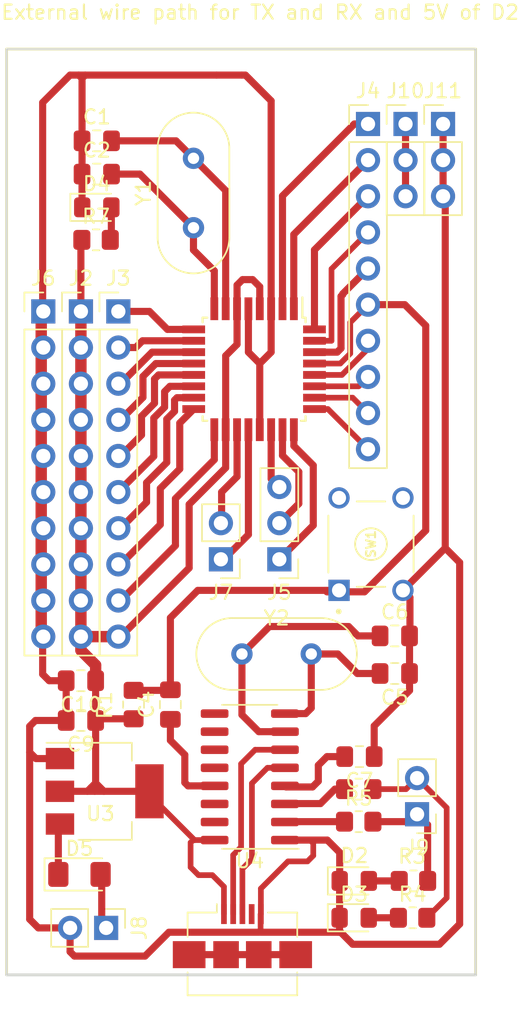
<source format=kicad_pcb>
(kicad_pcb (version 20221018) (generator pcbnew)
  (layers (0 "F.Cu" signal) (31 "B.Cu" signal) (34 "B.Paste" user) (35 "F.Paste" user) (36 "B.SilkS" user "B.Silkscreen") (37 "F.SilkS" user "F.Silkscreen") (38 "B.Mask" user) (39 "F.Mask" user) (44 "Edge.Cuts" user))
  (net 0 "")
  (net 1 "GND")
  (net 2 "Net-(U1-PB6{slash}XTAL1)")
  (net 3 "Net-(U1-PB7{slash}XTAL2)")
  (net 4 "AREF")
  (net 5 "DTR")
  (net 6 "RESET")
  (net 7 "33")
  (net 8 "VCC")
  (net 9 "+5V")
  (net 10 "Net-(D2-A)")
  (net 11 "Net-(D3-A)")
  (net 12 "Net-(D4-A)")
  (net 13 "Net-(D5-K)")
  (net 14 "UDN")
  (net 15 "UDP")
  (net 17 "unconnected-(J1-Shield-Pad6)")
  (net 18 "D13")
  (net 19 "A0")
  (net 20 "A1")
  (net 21 "A2")
  (net 22 "A3")
  (net 23 "A4")
  (net 24 "A5")
  (net 25 "A6")
  (net 26 "A7")
  (net 27 "D10")
  (net 28 "D9")
  (net 29 "D8")
  (net 30 "D7")
  (net 31 "D6")
  (net 32 "D5")
  (net 33 "D4")
  (net 34 "D3")
  (net 35 "D2")
  (net 38 "MISO")
  (net 39 "MOSI")
  (net 40 "Net-(U4-XO)")
  (net 41 "Net-(U4-XI)")
  (net 42 "Net-(U4-TXD)")
  (net 43 "Net-(U4-RXD)")
  (net 50 "RX")
  (net 51 "TX")
  (footprint "Capacitor_SMD:C_0805_2012Metric_Pad1.18x1.45mm_HandSolder" (layer "F.Cu") (at 37.465 41.6814)
    (fp_text reference "C1")
    (fp_text value "22pF")
  )
  (footprint "Capacitor_SMD:C_0805_2012Metric_Pad1.18x1.45mm_HandSolder" (layer "F.Cu") (at 37.465 44.0182)
    (fp_text reference "C2")
    (fp_text value "22pF")
  )
  (footprint "Package_SO:SOIC-16_3.9x9.9mm_P1.27mm" (layer "F.Cu") (at 48.2346 86.3854 180)
    (fp_text reference "U4")
    (fp_text value "CH340G")
  )
  (footprint "Connector_PinHeader_2.54mm:PinHeader_1x10_P2.54mm_Vertical" (layer "F.Cu") (at 36.3474 53.6702)
    (fp_text reference "J2")
    (fp_text value "Conn_01x15" hide)
  )
  (footprint "Connector_USB:USB_Micro-B_Amphenol_10104110_Horizontal" (layer "F.Cu") (at 47.7174 97.5822)
    (fp_text reference "J1" hide)
    (fp_text value "USB_B_Micro")
  )
  (footprint "Connector_PinHeader_2.54mm:PinHeader_1x03_P2.54mm_Vertical" (layer "F.Cu") (at 61.843 40.4958)
    (fp_text reference "J11")
    (fp_text value "Conn_01x03")
  )
  (footprint "Capacitor_SMD:C_0805_2012Metric_Pad1.18x1.45mm_HandSolder" (layer "F.Cu") (at 58.4454 79.121 180)
    (fp_text reference "C5")
    (fp_text value "22pF")
  )
  (footprint "Crystal:Crystal_HC49-U_Vertical" (layer "F.Cu") (at 44.2722 47.789 90)
    (fp_text reference "Y1")
    (fp_text value "16MHz")
  )
  (footprint "Capacitor_SMD:C_0805_2012Metric_Pad1.18x1.45mm_HandSolder" (layer "F.Cu") (at 42.6466 81.3054 90)
    (fp_text reference "C4")
    (fp_text value "100nF")
  )
  (footprint "LED_SMD:LED_0805_2012Metric_Pad1.15x1.40mm_HandSolder" (layer "F.Cu") (at 55.5916 93.7006)
    (fp_text reference "D2")
    (fp_text value "RED")
  )
  (footprint "LED_SMD:LED_0805_2012Metric_Pad1.15x1.40mm_HandSolder" (layer "F.Cu") (at 55.5846 96.2914)
    (fp_text reference "D3")
    (fp_text value "GREEN")
  )
  (footprint "Connector_PinHeader_2.54mm:PinHeader_1x03_P2.54mm_Vertical" (layer "F.Cu") (at 50.3174 71.0946 180)
    (fp_text reference "J5")
    (fp_text value "Conn_01x03")
  )
  (footprint "Connector_PinHeader_2.54mm:PinHeader_1x03_P2.54mm_Vertical" (layer "F.Cu") (at 59.2014 40.4958)
    (fp_text reference "J10")
    (fp_text value "Conn_01x03")
  )
  (footprint "Capacitor_SMD:C_0805_2012Metric_Pad1.18x1.45mm_HandSolder" (layer "F.Cu") (at 58.4454 76.4794)
    (fp_text reference "C6")
    (fp_text value "22pF")
  )
  (footprint "Resistor_SMD:R_0805_2012Metric_Pad1.20x1.40mm_HandSolder" (layer "F.Cu") (at 59.7572 93.7006)
    (fp_text reference "R3")
    (fp_text value "220")
  )
  (footprint "Capacitor_SMD:C_0805_2012Metric_Pad1.18x1.45mm_HandSolder" (layer "F.Cu") (at 36.3474 79.629 180)
    (fp_text reference "C10")
    (fp_text value "0.1uF")
  )
  (footprint "Capacitor_SMD:C_0805_2012Metric_Pad1.18x1.45mm_HandSolder" (layer "F.Cu") (at 55.9562 84.963 180)
    (fp_text reference "C7")
    (fp_text value "100nF")
  )
  (footprint "Resistor_SMD:R_0805_2012Metric_Pad1.20x1.40mm_HandSolder" (layer "F.Cu") (at 37.4142 48.641)
    (fp_text reference "R7")
    (fp_text value "220")
  )
  (footprint "Package_QFP:TQFP-32_7x7mm_P0.8mm" (layer "F.Cu") (at 48.5394 57.7342 -90)
    (fp_text reference "U1" hide)
    (fp_text value "ATmega8L-8A")
  )
  (footprint "LED_SMD:LED_0805_2012Metric_Pad1.15x1.40mm_HandSolder" (layer "F.Cu") (at 37.465 46.355)
    (fp_text reference "D4")
    (fp_text value "RED")
  )
  (footprint "Resistor_SMD:R_0805_2012Metric_Pad1.20x1.40mm_HandSolder" (layer "F.Cu") (at 55.9054 87.249)
    (fp_text reference "R6" hide)
    (fp_text value "1K")
  )
  (footprint "Connector_PinHeader_2.54mm:PinHeader_1x02_P2.54mm_Vertical" (layer "F.Cu") (at 46.2026 71.0946 180)
    (fp_text reference "J7")
    (fp_text value "Conn_01x02")
  )
  (footprint "Libraries:TE_1-1825910-4" (layer "F.Cu") (at 56.769 70.0278 90)
    (fp_text reference "SW1")
    (fp_text value "1-1825910-4" hide)
  )
  (footprint "Connector_PinHeader_2.54mm:PinHeader_1x10_P2.54mm_Vertical" (layer "F.Cu") (at 33.6998 53.6702)
    (fp_text reference "J6")
    (fp_text value "Conn_01x15" hide)
  )
  (footprint "Connector_PinHeader_2.54mm:PinHeader_1x02_P2.54mm_Vertical" (layer "F.Cu") (at 38.1254 97.0026 -90)
    (fp_text reference "J8")
    (fp_text value "Conn_01x02")
  )
  (footprint "Connector_PinHeader_2.54mm:PinHeader_1x10_P2.54mm_Vertical" (layer "F.Cu") (at 38.983 53.6702)
    (fp_text reference "J3")
    (fp_text value "Conn_01x15" hide)
  )
  (footprint "Resistor_SMD:R_0805_2012Metric_Pad1.20x1.40mm_HandSolder" (layer "F.Cu") (at 40.0558 81.3054 90)
    (fp_text reference "R1")
    (fp_text value "10K")
  )
  (footprint "Capacitor_SMD:C_0805_2012Metric_Pad1.18x1.45mm_HandSolder" (layer "F.Cu") (at 36.3474 82.423 180)
    (fp_text reference "C9")
    (fp_text value "100nF")
  )
  (footprint "Resistor_SMD:R_0805_2012Metric_Pad1.20x1.40mm_HandSolder" (layer "F.Cu") (at 59.6994 96.2914)
    (fp_text reference "R4")
    (fp_text value "220")
  )
  (footprint "Connector_PinHeader_2.54mm:PinHeader_1x10_P2.54mm_Vertical" (layer "F.Cu") (at 56.5598 40.4958)
    (fp_text reference "J4")
    (fp_text value "Conn_01x10")
  )
  (footprint "Resistor_SMD:R_0805_2012Metric_Pad1.20x1.40mm_HandSolder" (layer "F.Cu") (at 55.9054 89.535)
    (fp_text reference "R5")
    (fp_text value "1K")
  )
  (footprint "Connector_PinHeader_2.54mm:PinHeader_1x02_P2.54mm_Vertical" (layer "F.Cu") (at 60.0142 89.0148 180)
    (fp_text reference "J9")
    (fp_text value "Conn_01x02")
  )
  (footprint "Crystal:Crystal_HC49-U_Vertical" (layer "F.Cu") (at 52.5642 77.7494 180)
    (fp_text reference "Y2")
    (fp_text value "12MHz")
  )
  (footprint "Diode_SMD:D_1206_3216Metric_Pad1.42x1.75mm_HandSolder" (layer "F.Cu") (at 36.2458 93.2434)
    (fp_text reference "D5")
    (fp_text value "D")
  )
  (footprint "Package_TO_SOT_SMD:SOT-223-3_TabPin2" (layer "F.Cu") (at 38.0238 87.4014)
    (fp_text reference "U3")
    (fp_text value "AMS1117-5.0")
  )
  (gr_line (start 64.135 100.3046) (end 31.115 100.3046) (stroke (width 0.15)) (layer "F.SilkS"))
  (gr_line (start 31.115 35.2298) (end 64.135 35.2298) (stroke (width 0.2)) (layer "F.SilkS"))
  (gr_line (start 31.115 35.2298) (end 31.115 100.3046) (stroke (width 0.2)) (layer "F.SilkS"))
  (gr_line (start 64.135 35.2298) (end 64.135 100.3046) (stroke (width 0.2)) (layer "F.SilkS"))
  (gr_line (start 31.115 35.2298) (end 64.135 35.2298) (stroke (width 0.15)) (layer "F.SilkS"))
  (gr_line (start 31.115 100.3046) (end 64.135 100.3046) (stroke (width 0.2)) (layer "Edge.Cuts"))
  (gr_line (start 31.115 35.2298) (end 64.135 35.2298) (stroke (width 0.15)) (layer "Edge.Cuts"))
  (gr_line (start 31.115 100.3046) (end 31.115 35.2298) (stroke (width 0.15)) (layer "Edge.Cuts"))
  (gr_line (start 64.135 35.2298) (end 64.135 100.3046) (stroke (width 0.15)) (layer "Edge.Cuts"))
  (gr_text "External wire path for TX and RX and 5V of D2\n" (at 30.6518 33.2314) (layer "F.SilkS") (effects (font (size 1 1)) (justify left bottom)))
  (segment (start 59.5122 76.4501) (end 59.4829 76.4794) (width 0.5) (layer "F.Cu") (net 1))
  (segment (start 54.5666 93.7006) (end 54.5666 91.7014) (width 0.5) (layer "F.Cu") (net 1))
  (segment (start 61.9954 70.3014) (end 63.0114 71.3174) (width 0.5) (layer "F.Cu") (net 1))
  (segment (start 40.8658 98.9838) (end 42.5422 97.3074) (width 0.5) (layer "F.Cu") (net 1))
  (segment (start 61.589 98.1538) (end 55.4826 98.1538) (width 0.5) (layer "F.Cu") (net 1))
  (segment (start 32.7406 84.6582) (end 33.1838 85.1014) (width 0.5) (layer "F.Cu") (net 1))
  (segment (start 36.4275 44.0182) (end 36.4275 46.3425) (width 0.5) (layer "F.Cu") (net 1))
  (segment (start 54.5596 96.2914) (end 54.5596 93.7076) (width 0.5) (layer "F.Cu") (net 1))
  (segment (start 54.5596 93.7076) (end 54.5666 93.7006) (width 0.5) (layer "F.Cu") (net 1))
  (segment (start 33.655 79.1718) (end 33.655 76.5302) (width 0.5) (layer "F.Cu") (net 1))
  (segment (start 36.195 37.0586) (end 36.6522 37.0586) (width 0.5) (layer "F.Cu") (net 1))
  (segment (start 36.4275 41.6814) (end 36.4275 44.0182) (width 0.5) (layer "F.Cu") (net 1))
  (segment (start 63.0114 96.7314) (end 61.589 98.1538) (width 0.5) (layer "F.Cu") (net 1))
  (segment (start 33.5534 56.2102) (end 33.5534 58.7502) (width 0.8) (layer "F.Cu") (net 1))
  (segment (start 35.3099 79.629) (end 34.1122 79.629) (width 0.5) (layer "F.Cu") (net 1))
  (segment (start 63.0114 71.3174) (end 63.0114 96.7314) (width 0.5) (layer "F.Cu") (net 1))
  (segment (start 33.5534 53.6702) (end 33.5534 56.2102) (width 0.8) (layer "F.Cu") (net 1))
  (segment (start 35.3099 80.4418) (end 35.3099 79.629) (width 0.5) (layer "F.Cu") (net 1))
  (segment (start 48.1394 53.4842) (end 48.1394 56.5342) (width 0.5) (layer "F.Cu") (net 1))
  (segment (start 49.7394 53.4842) (end 49.7394 56.5342) (width 0.5) (layer "F.Cu") (net 1))
  (segment (start 33.5534 58.7502) (end 33.5534 61.2902) (width 0.8) (layer "F.Cu") (net 1))
  (segment (start 36.4275 46.3425) (end 36.44 46.355) (width 0.5) (layer "F.Cu") (net 1))
  (segment (start 33.5534 71.4502) (end 33.5534 73.9902) (width 0.8) (layer "F.Cu") (net 1))
  (segment (start 33.655 38.989) (end 35.5854 37.0586) (width 0.5) (layer "F.Cu") (net 1))
  (segment (start 33.5534 73.9902) (end 33.5534 76.5302) (width 0.8) (layer "F.Cu") (net 1))
  (segment (start 49.7394 38.8682) (end 49.7394 53.4842) (width 0.5) (layer "F.Cu") (net 1))
  (segment (start 33.147 82.423) (end 32.7406 82.8294) (width 0.5) (layer "F.Cu") (net 1))
  (segment (start 48.9966 96.053) (end 48.9966 97.3074) (width 0.4) (layer "F.Cu") (net 1))
  (segment (start 54.5596 97.2308) (end 54.5596 96.2914) (width 0.5) (layer "F.Cu") (net 1))
  (segment (start 36.4197 37.2833) (end 36.195 37.0586) (width 0.5) (layer "F.Cu") (net 1))
  (segment (start 54.483 97.3074) (end 54.5596 97.2308) (width 0.5) (layer "F.Cu") (net 1))
  (segment (start 32.7406 82.8294) (end 32.7406 84.6582) (width 0.5) (layer "F.Cu") (net 1))
  (segment (start 56.9937 84.963) (end 56.9937 82.8079) (width 0.5) (layer "F.Cu") (net 1))
  (segment (start 34.1122 79.629) (end 33.655 79.1718) (width 0.5) (layer "F.Cu") (net 1))
  (segment (start 52.705 91.059) (end 52.4764 90.8304) (width 0.4) (layer "F.Cu") (net 1))
  (segment (start 33.5534 66.3702) (end 33.5534 68.9102) (width 0.8) (layer "F.Cu") (net 1))
  (segment (start 42.5422 97.3074) (end 48.895 97.3074) (width 0.5) (layer "F.Cu") (net 1))
  (segment (start 50.927 92.329) (end 52.2986 92.329) (width 0.4) (layer "F.Cu") (net 1))
  (segment (start 33.1838 85.1014) (end 34.8738 85.1014) (width 0.5) (layer "F.Cu") (net 1))
  (segment (start 61.843 40.4958) (end 61.843 43.0358) (width 0.5) (layer "F.Cu") (net 1))
  (segment (start 35.5854 37.0586) (end 36.195 37.0586) (width 0.5) (layer "F.Cu") (net 1))
  (segment (start 35.3099 82.423) (end 35.3099 80.4418) (width 0.5) (layer "F.Cu") (net 1))
  (segment (start 32.7406 96.393) (end 32.7406 84.6582) (width 0.5) (layer "F.Cu") (net 1))
  (segment (start 52.705 91.9226) (end 52.705 91.059) (width 0.4) (layer "F.Cu") (net 1))
  (segment (start 48.9394 57.3342) (end 48.9394 61.9842) (width 0.5) (layer "F.Cu") (net 1))
  (segment (start 45.8978 37.0586) (end 47.6698 37.0586) (width 0.5) (layer "F.Cu") (net 1))
  (segment (start 48.9966 97.3074) (end 54.483 97.3074) (width 0.5) (layer "F.Cu") (net 1))
  (segment (start 52.4764 90.8304) (end 50.7096 90.8304) (width 0.4) (layer "F.Cu") (net 1))
  (segment (start 49.0174 96.0322) (end 48.9966 96.053) (width 0.4) (layer "F.Cu") (net 1))
  (segment (start 49.0174 94.2386) (end 50.927 92.329) (width 0.4) (layer "F.Cu") (net 1))
  (segment (start 49.7394 56.5342) (end 48.9394 57.3342) (width 0.5) (layer "F.Cu") (net 1))
  (segment (start 33.6054 53.6182) (end 33.5534 53.6702) (width 0.5) (layer "F.Cu") (net 1))
  (segment (start 61.843 43.0358) (end 61.843 45.5758) (width 0.5) (layer "F.Cu") (net 1))
  (segment (start 54.5666 91.7014) (end 53.6956 90.8304) (width 0.5) (layer "F.Cu") (net 1))
  (segment (start 33.3502 97.0026) (end 32.7406 96.393) (width 0.5) (layer "F.Cu") (net 1))
  (segment (start 36.4275 37.2833) (end 36.4197 37.2833) (width 0.5) (layer "F.Cu") (net 1))
  (segment (start 48.1394 56.5342) (end 48.9394 57.3342) (width 0.5) (layer "F.Cu") (net 1))
  (segment (start 35.5854 97.0026) (end 35.5854 98.679) (width 0.5) (layer "F.Cu") (net 1))
  (segment (start 35.8902 98.9838) (end 40.8658 98.9838) (width 0.5) (layer "F.Cu") (net 1))
  (segment (start 33.6042 53.6194) (end 33.5534 53.6702) (width 0.5) (layer "F.Cu") (net 1))
  (segment (start 53.6956 90.8304) (end 50.7096 90.8304) (width 0.5) (layer "F.Cu") (net 1))
  (segment (start 33.5534 68.9102) (end 33.5534 71.4502) (width 0.8) (layer "F.Cu") (net 1))
  (segment (start 59.5122 73.771) (end 59.5122 76.4501) (width 0.5) (layer "F.Cu") (net 1))
  (segment (start 36.4275 41.6814) (end 36.4275 37.2833) (width 0.5) (layer "F.Cu") (net 1))
  (segment (start 48.2346 37.3634) (end 49.7394 38.8682) (width 0.5) (layer "F.Cu") (net 1))
  (segment (start 47.9298 37.0586) (end 48.2346 37.3634) (width 0.5) (layer "F.Cu") (net 1))
  (segment (start 59.019 73.2778) (end 61.9954 70.3014) (width 0.5) (layer "F.Cu") (net 1))
  (segment (start 36.6522 37.0586) (end 45.8978 37.0586) (width 0.5) (layer "F.Cu") (net 1))
  (segment (start 35.5854 98.679) (end 35.8902 98.9838) (width 0.5) (layer "F.Cu") (net 1))
  (segment (start 33.5534 63.8302) (end 33.5534 66.3702) (width 0.8) (layer "F.Cu") (net 1))
  (segment (start 35.3099 82.423) (end 33.147 82.423) (width 0.5) (layer "F.Cu") (net 1))
  (segment (start 35.5854 97.0026) (end 33.3502 97.0026) (width 0.5) (layer "F.Cu") (net 1))
  (segment (start 59.4829 76.4794) (end 59.4829 79.121) (width 0.5) (layer "F.Cu") (net 1))
  (segment (start 47.6698 37.0586) (end 47.9298 37.0586) (width 0.5) (layer "F.Cu") (net 1))
  (segment (start 56.9937 82.8079) (end 59.4829 80.3187) (width 0.5) (layer "F.Cu") (net 1))
  (segment (start 59.019 73.2778) (end 59.5122 73.771) (width 0.5) (layer "F.Cu") (net 1))
  (segment (start 61.9954 45.7282) (end 61.843 45.5758) (width 0.5) (layer "F.Cu") (net 1))
  (segment (start 49.0174 96.0322) (end 49.0174 94.2386) (width 0.4) (layer "F.Cu") (net 1))
  (segment (start 59.4829 80.3187) (end 59.4829 79.121) (width 0.5) (layer "F.Cu") (net 1))
  (segment (start 55.4826 98.1538) (end 54.5596 97.2308) (width 0.5) (layer "F.Cu") (net 1))
  (segment (start 33.655 53.6702) (end 33.655 38.989) (width 0.5) (layer "F.Cu") (net 1))
  (segment (start 61.9954 70.3014) (end 61.9954 45.7282) (width 0.5) (layer "F.Cu") (net 1))
  (segment (start 33.5534 61.2902) (end 33.5534 63.8302) (width 0.8) (layer "F.Cu") (net 1))
  (segment (start 36.4275 37.2833) (end 36.6522 37.0586) (width 0.5) (layer "F.Cu") (net 1))
  (segment (start 52.2986 92.329) (end 52.705 91.9226) (width 0.4) (layer "F.Cu") (net 1))
  (segment (start 43.0446 41.6814) (end 44.2722 42.909) (width 0.5) (layer "F.Cu") (net 2))
  (segment (start 46.5394 45.1762) (end 44.2722 42.909) (width 0.5) (layer "F.Cu") (net 2))
  (segment (start 46.5394 53.4842) (end 46.5394 45.1762) (width 0.5) (layer "F.Cu") (net 2))
  (segment (start 38.5025 41.6814) (end 43.0446 41.6814) (width 0.5) (layer "F.Cu") (net 2))
  (segment (start 40.5014 44.0182) (end 44.2722 47.789) (width 0.5) (layer "F.Cu") (net 3))
  (segment (start 38.5025 44.0182) (end 40.5014 44.0182) (width 0.5) (layer "F.Cu") (net 3))
  (segment (start 45.7394 53.4842) (end 45.7394 50.8194) (width 0.5) (layer "F.Cu") (net 3))
  (segment (start 44.2722 49.3522) (end 44.2722 47.789) (width 0.5) (layer "F.Cu") (net 3))
  (segment (start 45.7394 50.8194) (end 44.2722 49.3522) (width 0.5) (layer "F.Cu") (net 3))
  (segment (start 48.1394 69.361) (end 46.2534 71.247) (width 0.5) (layer "F.Cu") (net 4))
  (segment (start 48.1394 61.9842) (end 48.1394 69.361) (width 0.5) (layer "F.Cu") (net 4))
  (segment (start 42.6466 82.3429) (end 42.6466 83.82) (width 0.5) (layer "F.Cu") (net 5))
  (segment (start 43.6626 84.836) (end 43.6626 86.7918) (width 0.5) (layer "F.Cu") (net 5))
  (segment (start 43.6626 86.7918) (end 43.8912 87.0204) (width 0.5) (layer "F.Cu") (net 5))
  (segment (start 43.8912 87.0204) (end 45.7596 87.0204) (width 0.5) (layer "F.Cu") (net 5))
  (segment (start 42.6466 83.82) (end 43.6626 84.836) (width 0.5) (layer "F.Cu") (net 5))
  (segment (start 40.0558 80.3054) (end 42.6091 80.3054) (width 0.5) (layer "F.Cu") (net 6))
  (segment (start 44.5782 73.2778) (end 53.5686 73.2778) (width 0.5) (layer "F.Cu") (net 6))
  (segment (start 55.3098 54.4458) (end 56.5598 53.1958) (width 0.4) (layer "F.Cu") (net 6))
  (segment (start 60.6238 54.669) (end 59.1506 53.1958) (width 0.5) (layer "F.Cu") (net 6))
  (segment (start 42.6466 75.2094) (end 44.5782 73.2778) (width 0.5) (layer "F.Cu") (net 6))
  (segment (start 53.6714 73.3806) (end 56.3118 73.3806) (width 0.5) (layer "F.Cu") (net 6))
  (segment (start 53.5686 73.2778) (end 53.6714 73.3806) (width 0.5) (layer "F.Cu") (net 6))
  (segment (start 56.3118 73.3806) (end 60.6238 69.0686) (width 0.5) (layer "F.Cu") (net 6))
  (segment (start 54.519 73.2778) (end 53.5686 73.2778) (width 0.5) (layer "F.Cu") (net 6))
  (segment (start 42.6466 80.2679) (end 42.6466 75.2094) (width 0.5) (layer "F.Cu") (net 6))
  (segment (start 54.6058 57.3342) (end 55.3098 56.6302) (width 0.4) (layer "F.Cu") (net 6))
  (segment (start 55.3098 56.6302) (end 55.3098 54.4458) (width 0.4) (layer "F.Cu") (net 6))
  (segment (start 52.7894 57.3342) (end 54.6058 57.3342) (width 0.4) (layer "F.Cu") (net 6))
  (segment (start 42.6091 80.3054) (end 42.6466 80.2679) (width 0.5) (layer "F.Cu") (net 6))
  (segment (start 59.1506 53.1958) (end 56.5598 53.1958) (width 0.5) (layer "F.Cu") (net 6))
  (segment (start 60.6238 69.0686) (end 60.6238 54.669) (width 0.5) (layer "F.Cu") (net 6))
  (segment (start 50.7858 87.0966) (end 50.7096 87.0204) (width 0.5) (layer "F.Cu") (net 7))
  (segment (start 53.0606 85.5726) (end 53.0606 86.6902) (width 0.5) (layer "F.Cu") (net 7))
  (segment (start 53.0606 86.6902) (end 52.6542 87.0966) (width 0.5) (layer "F.Cu") (net 7))
  (segment (start 52.6542 87.0966) (end 50.7858 87.0966) (width 0.5) (layer "F.Cu") (net 7))
  (segment (start 54.9187 84.963) (end 53.6702 84.963) (width 0.5) (layer "F.Cu") (net 7))
  (segment (start 53.6702 84.963) (end 53.0606 85.5726) (width 0.5) (layer "F.Cu") (net 7))
  (segment (start 37.8146 92.6643) (end 37.7841 92.6338) (width 0.5) (layer "F.Cu") (net 8))
  (segment (start 38.1254 97.0026) (end 37.8146 96.6918) (width 0.5) (layer "F.Cu") (net 8))
  (segment (start 37.8146 96.6918) (end 37.8146 92.6643) (width 0.5) (layer "F.Cu") (net 8))
  (segment (start 59.2014 43.0358) (end 59.2014 45.5758) (width 0.5) (layer "F.Cu") (net 9))
  (segment (start 44.3738 90.8304) (end 44.3484 90.8304) (width 0.4) (layer "F.Cu") (net 9))
  (segment (start 37.0642 87.1418) (end 37.3849 86.8211) (width 0.5) (layer "F.Cu") (net 9))
  (segment (start 40.0558 82.3054) (end 37.5025 82.3054) (width 0.5) (layer "F.Cu") (net 9))
  (segment (start 36.3474 73.9902) (end 36.3474 71.4502) (width 0.8) (layer "F.Cu") (net 9))
  (segment (start 36.3474 56.2102) (end 36.3474 53.6702) (width 0.8) (layer "F.Cu") (net 9))
  (segment (start 37.3849 82.423) (end 37.3849 79.629) (width 0.5) (layer "F.Cu") (net 9))
  (segment (start 46.4174 96.0322) (end 46.4174 94.1078) (width 0.4) (layer "F.Cu") (net 9))
  (segment (start 37.0642 87.1418) (end 37.3238 87.4014) (width 0.5) (layer "F.Cu") (net 9))
  (segment (start 47.3394 55.9878) (end 46.5394 56.7878) (width 0.5) (layer "F.Cu") (net 9))
  (segment (start 37.5025 82.3054) (end 37.3849 82.423) (width 0.5) (layer "F.Cu") (net 9))
  (segment (start 36.3474 76.5302) (end 39.0398 76.5302) (width 0.8) (layer "F.Cu") (net 9))
  (segment (start 46.5394 56.7878) (end 46.5394 61.9842) (width 0.5) (layer "F.Cu") (net 9))
  (segment (start 44.6278 93.2942) (end 44.069 92.7354) (width 0.4) (layer "F.Cu") (net 9))
  (segment (start 36.3474 76.5302) (end 36.3474 77.4954) (width 0.8) (layer "F.Cu") (net 9))
  (segment (start 59.2014 40.4958) (end 59.2014 43.0358) (width 0.5) (layer "F.Cu") (net 9))
  (segment (start 37.9652 87.4014) (end 37.3849 86.8211) (width 0.5) (layer "F.Cu") (net 9))
  (segment (start 36.3474 77.4954) (end 37.3849 78.5329) (width 0.8) (layer "F.Cu") (net 9))
  (segment (start 37.3849 78.5329) (end 37.3849 79.629) (width 0.8) (layer "F.Cu") (net 9))
  (segment (start 34.8738 87.4014) (end 36.8046 87.4014) (width 0.5) (layer "F.Cu") (net 9))
  (segment (start 41.1738 87.6558) (end 41.1738 87.4014) (width 0.4) (layer "F.Cu") (net 9))
  (segment (start 36.3474 71.4502) (end 36.3474 68.9102) (width 0.8) (layer "F.Cu") (net 9))
  (segment (start 48.9394 51.9366) (end 48.4378 51.435) (width 0.5) (layer "F.Cu") (net 9))
  (segment (start 36.4142 48.641) (end 36.3474 48.7078) (width 0.5) (layer "F.Cu") (net 9))
  (segment (start 43.9674 67.2338) (end 43.9674 71.7042) (width 0.5) (layer "F.Cu") (net 9))
  (segment (start 46.5394 64.6618) (end 43.9674 67.2338) (width 0.5) (layer "F.Cu") (net 9))
  (segment (start 46.5394 61.9842) (end 46.5394 64.6618) (width 0.5) (layer "F.Cu") (net 9))
  (segment (start 36.8046 87.4014) (end 37.3238 87.4014) (width 0.5) (layer "F.Cu") (net 9))
  (segment (start 44.2468 90.8304) (end 44.3738 90.8304) (width 0.4) (layer "F.Cu") (net 9))
  (segment (start 44.069 91.0082) (end 44.2468 90.8304) (width 0.4) (layer "F.Cu") (net 9))
  (segment (start 36.3474 68.9102) (end 36.3474 66.3702) (width 0.8) (layer "F.Cu") (net 9))
  (segment (start 47.7266 51.435) (end 47.3394 51.8222) (width 0.5) (layer "F.Cu") (net 9))
  (segment (start 37.3238 87.4014) (end 37.9652 87.4014) (width 0.5) (layer "F.Cu") (net 9))
  (segment (start 37.3849 86.8211) (end 37.3849 82.423) (width 0.5) (layer "F.Cu") (net 9))
  (segment (start 36.3474 66.3702) (end 36.3474 63.8302) (width 0.8) (layer "F.Cu") (net 9))
  (segment (start 43.9674 71.7042) (end 39.1414 76.5302) (width 0.5) (layer "F.Cu") (net 9))
  (segment (start 36.3474 61.2902) (end 36.3474 58.7502) (width 0.8) (layer "F.Cu") (net 9))
  (segment (start 44.3738 90.8304) (end 45.7596 90.8304) (width 0.4) (layer "F.Cu") (net 9))
  (segment (start 48.9394 53.4842) (end 48.9394 51.9366) (width 0.5) (layer "F.Cu") (net 9))
  (segment (start 36.3474 76.5302) (end 36.3474 73.9902) (width 0.8) (layer "F.Cu") (net 9))
  (segment (start 36.3474 58.7502) (end 36.3474 56.2102) (width 0.8) (layer "F.Cu") (net 9))
  (segment (start 41.1738 87.4014) (end 37.9652 87.4014) (width 0.5) (layer "F.Cu") (net 9))
  (segment (start 36.8046 87.4014) (end 37.0642 87.1418) (width 0.5) (layer "F.Cu") (net 9))
  (segment (start 36.3474 63.8302) (end 36.3474 61.2902) (width 0.8) (layer "F.Cu") (net 9))
  (segment (start 44.069 92.7354) (end 44.069 91.0082) (width 0.4) (layer "F.Cu") (net 9))
  (segment (start 45.6038 93.2942) (end 44.6278 93.2942) (width 0.4) (layer "F.Cu") (net 9))
  (segment (start 36.3474 48.7078) (end 36.3474 53.6702) (width 0.5) (layer "F.Cu") (net 9))
  (segment (start 44.3484 90.8304) (end 41.1738 87.6558) (width 0.4) (layer "F.Cu") (net 9))
  (segment (start 46.4174 94.1078) (end 45.6038 93.2942) (width 0.4) (layer "F.Cu") (net 9))
  (segment (start 48.4378 51.435) (end 47.7266 51.435) (width 0.5) (layer "F.Cu") (net 9))
  (segment (start 47.3394 51.8222) (end 47.3394 53.4842) (width 0.5) (layer "F.Cu") (net 9))
  (segment (start 47.3394 53.4842) (end 47.3394 55.9878) (width 0.5) (layer "F.Cu") (net 9))
  (segment (start 36.3474 76.5302) (end 36.6014 76.7842) (width 0.8) (layer "F.Cu") (net 9))
  (segment (start 56.6166 93.7006) (end 58.7572 93.7006) (width 0.5) (layer "F.Cu") (net 10))
  (segment (start 56.6096 96.2914) (end 58.6994 96.2914) (width 0.5) (layer "F.Cu") (net 11))
  (segment (start 38.49 46.355) (end 38.49 48.5652) (width 0.5) (layer "F.Cu") (net 12))
  (segment (start 38.49 48.5652) (end 38.4142 48.641) (width 0.5) (layer "F.Cu") (net 12))
  (segment (start 34.7583 89.8169) (end 34.8738 89.7014) (width 0.5) (layer "F.Cu") (net 13))
  (segment (start 34.7583 93.2434) (end 34.7583 89.8169) (width 0.5) (layer "F.Cu") (net 13))
  (segment (start 48.6156 84.4804) (end 50.7096 84.4804) (width 0.4) (layer "F.Cu") (net 14))
  (segment (start 47.625 91.320209) (end 47.625 85.471) (width 0.4) (layer "F.Cu") (net 14))
  (segment (start 47.0674 91.877809) (end 47.625 91.320209) (width 0.4) (layer "F.Cu") (net 14))
  (segment (start 47.0674 96.0322) (end 47.0674 91.877809) (width 0.4) (layer "F.Cu") (net 14))
  (segment (start 47.625 85.471) (end 48.6156 84.4804) (width 0.4) (layer "F.Cu") (net 14))
  (segment (start 50.7096 85.7504) (end 49.4792 85.7504) (width 0.4) (layer "F.Cu") (net 15))
  (segment (start 49.4792 85.7504) (end 48.387 86.8426) (width 0.4) (layer "F.Cu") (net 15))
  (segment (start 48.387 92.1766) (end 47.7174 92.8462) (width 0.4) (layer "F.Cu") (net 15))
  (segment (start 48.387 86.8426) (end 48.387 92.1766) (width 0.4) (layer "F.Cu") (net 15))
  (segment (start 47.7174 92.8462) (end 47.7174 96.0322) (width 0.4) (layer "F.Cu") (net 15))
  (segment (start 43.9674 98.8822) (end 46.5674 98.8822) (width 0.5) (layer "F.Cu") (net 17))
  (segment (start 48.8674 98.8822) (end 51.4674 98.8822) (width 0.5) (layer "F.Cu") (net 17))
  (segment (start 46.5674 98.8822) (end 48.8674 98.8822) (width 0.5) (layer "F.Cu") (net 17))
  (segment (start 45.7394 61.9842) (end 45.7394 64.0902) (width 0.5) (layer "F.Cu") (net 18))
  (segment (start 45.7394 64.0902) (end 43.0022 66.8274) (width 0.5) (layer "F.Cu") (net 18))
  (segment (start 43.0022 66.8274) (end 43.0022 70.1294) (width 0.5) (layer "F.Cu") (net 18))
  (segment (start 43.0022 70.1294) (end 39.1414 73.9902) (width 0.5) (layer "F.Cu") (net 18))
  (segment (start 50.5394 63.7982) (end 51.689 64.9478) (width 0.5) (layer "F.Cu") (net 19))
  (segment (start 50.5394 61.9842) (end 50.5394 63.7982) (width 0.5) (layer "F.Cu") (net 19))
  (segment (start 51.689 67.183) (end 50.3174 68.5546) (width 0.5) (layer "F.Cu") (net 19))
  (segment (start 51.689 64.9478) (end 51.689 67.183) (width 0.5) (layer "F.Cu") (net 19))
  (segment (start 51.3394 61.9842) (end 51.3394 63.125) (width 0.5) (layer "F.Cu") (net 20))
  (segment (start 52.705 64.4906) (end 52.705 68.707) (width 0.5) (layer "F.Cu") (net 20))
  (segment (start 52.705 68.707) (end 50.3174 71.0946) (width 0.5) (layer "F.Cu") (net 20))
  (segment (start 50.2666 70.6374) (end 50.2666 70.6882) (width 0.5) (layer "F.Cu") (net 20))
  (segment (start 51.3394 63.125) (end 52.705 64.4906) (width 0.5) (layer "F.Cu") (net 20))
  (segment (start 52.7894 60.5342) (end 53.7382 60.5342) (width 0.4) (layer "F.Cu") (net 21))
  (segment (start 53.7382 60.5342) (end 56.5598 63.3558) (width 0.4) (layer "F.Cu") (net 21))
  (segment (start 55.4782 59.7342) (end 56.5598 60.8158) (width 0.4) (layer "F.Cu") (net 22))
  (segment (start 52.7894 59.7342) (end 55.4782 59.7342) (width 0.4) (layer "F.Cu") (net 22))
  (segment (start 52.7894 58.9342) (end 55.9014 58.9342) (width 0.4) (layer "F.Cu") (net 23))
  (segment (start 55.9014 58.9342) (end 56.5598 58.2758) (width 0.4) (layer "F.Cu") (net 23))
  (segment (start 52.7894 58.1342) (end 54.7202 58.1342) (width 0.4) (layer "F.Cu") (net 24))
  (segment (start 54.7202 58.1342) (end 56.5598 56.2946) (width 0.4) (layer "F.Cu") (net 24))
  (segment (start 56.5598 56.2946) (end 56.5598 55.7358) (width 0.4) (layer "F.Cu") (net 24))
  (segment (start 47.3394 61.9842) (end 47.3394 65.2842) (width 0.5) (layer "F.Cu") (net 25))
  (segment (start 46.2534 66.3702) (end 46.2534 68.707) (width 0.5) (layer "F.Cu") (net 25))
  (segment (start 47.3394 65.2842) (end 46.2534 66.3702) (width 0.5) (layer "F.Cu") (net 25))
  (segment (start 49.7394 65.4366) (end 50.3174 66.0146) (width 0.5) (layer "F.Cu") (net 26))
  (segment (start 49.7394 61.9842) (end 49.7394 65.4366) (width 0.5) (layer "F.Cu") (net 26))
  (segment (start 39.1414 66.193424) (end 39.1414 66.3702) (width 0.5) (layer "F.Cu") (net 27))
  (segment (start 44.2894 58.9342) (end 42.615 58.9342) (width 0.5) (layer "F.Cu") (net 27))
  (segment (start 39.1414 66.3702) (end 39.1414 65.8622) (width 0.25) (layer "F.Cu") (net 27))
  (segment (start 41.4782 61.16255) (end 41.4782 63.856624) (width 0.5) (layer "F.Cu") (net 27))
  (segment (start 41.4782 63.856624) (end 39.1414 66.193424) (width 0.5) (layer "F.Cu") (net 27))
  (segment (start 42.2402 60.40055) (end 41.4782 61.16255) (width 0.5) (layer "F.Cu") (net 27))
  (segment (start 42.615 58.9342) (end 42.2402 59.309) (width 0.5) (layer "F.Cu") (net 27))
  (segment (start 42.2402 59.309) (end 42.2402 60.40055) (width 0.5) (layer "F.Cu") (net 27))
  (segment (start 40.6146 61.0362) (end 40.6146 62.357) (width 0.5) (layer "F.Cu") (net 28))
  (segment (start 41.81415 58.1342) (end 41.529 58.41935) (width 0.5) (layer "F.Cu") (net 28))
  (segment (start 41.529 60.1218) (end 40.6146 61.0362) (width 0.5) (layer "F.Cu") (net 28))
  (segment (start 40.6146 62.357) (end 39.1414 63.8302) (width 0.5) (layer "F.Cu") (net 28))
  (segment (start 41.529 58.41935) (end 41.529 60.1218) (width 0.5) (layer "F.Cu") (net 28))
  (segment (start 44.2894 58.1342) (end 41.81415 58.1342) (width 0.5) (layer "F.Cu") (net 28))
  (segment (start 44.2894 57.3342) (end 41.6242 57.3342) (width 0.5) (layer "F.Cu") (net 29))
  (segment (start 40.7162 59.7154) (end 39.1414 61.2902) (width 0.5) (layer "F.Cu") (net 29))
  (segment (start 40.7162 58.2422) (end 40.7162 59.7154) (width 0.5) (layer "F.Cu") (net 29))
  (segment (start 41.6242 57.3342) (end 40.7162 58.2422) (width 0.5) (layer "F.Cu") (net 29))
  (segment (start 39.1414 58.7502) (end 39.1414 58.2422) (width 0.25) (layer "F.Cu") (net 30))
  (segment (start 41.3574 56.5342) (end 39.1414 58.7502) (width 0.5) (layer "F.Cu") (net 30))
  (segment (start 44.2894 56.5342) (end 41.3574 56.5342) (width 0.5) (layer "F.Cu") (net 30))
  (segment (start 40.2082 56.2102) (end 39.1414 56.2102) (width 0.5) (layer "F.Cu") (net 31))
  (segment (start 44.2894 55.7342) (end 40.6842 55.7342) (width 0.5) (layer "F.Cu") (net 31))
  (segment (start 40.6842 55.7342) (end 40.2082 56.2102) (width 0.5) (layer "F.Cu") (net 31))
  (segment (start 41.1734 53.6702) (end 39.1414 53.6702) (width 0.5) (layer "F.Cu") (net 32))
  (segment (start 44.2894 54.9342) (end 42.4374 54.9342) (width 0.5) (layer "F.Cu") (net 32))
  (segment (start 42.4374 54.9342) (end 41.1734 53.6702) (width 0.5) (layer "F.Cu") (net 32))
  (segment (start 50.5394 53.4842) (end 50.5394 45.551) (width 0.5) (layer "F.Cu") (net 33))
  (segment (start 55.5946 40.4958) (end 56.5598 40.4958) (width 0.5) (layer "F.Cu") (net 33))
  (segment (start 50.5394 45.551) (end 55.5946 40.4958) (width 0.5) (layer "F.Cu") (net 33))
  (segment (start 51.3334 53.4782) (end 51.3334 48.2622) (width 0.5) (layer "F.Cu") (net 34))
  (segment (start 51.3334 48.2622) (end 56.5598 43.0358) (width 0.5) (layer "F.Cu") (net 34))
  (segment (start 51.3394 53.4842) (end 51.3334 53.4782) (width 0.5) (layer "F.Cu") (net 34))
  (segment (start 52.7894 49.3462) (end 56.5598 45.5758) (width 0.5) (layer "F.Cu") (net 35))
  (segment (start 52.7894 54.9342) (end 52.7894 49.3462) (width 0.5) (layer "F.Cu") (net 35))
  (segment (start 39.1414 71.3994) (end 39.1414 71.4502) (width 0.5) (layer "F.Cu") (net 38))
  (segment (start 41.9354 68.6562) (end 39.1414 71.4502) (width 0.5) (layer "F.Cu") (net 38))
  (segment (start 43.307 64.7446) (end 41.9354 66.1162) (width 0.5) (layer "F.Cu") (net 38))
  (segment (start 44.2894 60.5342) (end 43.307 61.5166) (width 0.5) (layer "F.Cu") (net 38))
  (segment (start 41.9354 66.1162) (end 41.9354 68.6562) (width 0.5) (layer "F.Cu") (net 38))
  (segment (start 43.307 61.5166) (end 43.307 64.7446) (width 0.5) (layer "F.Cu") (net 38))
  (segment (start 42.9402 59.9084) (end 42.9402 60.6905) (width 0.5) (layer "F.Cu") (net 39))
  (segment (start 42.3926 61.2381) (end 42.3926 64.2874) (width 0.5) (layer "F.Cu") (net 39))
  (segment (start 42.3926 64.2874) (end 40.9702 65.7098) (width 0.5) (layer "F.Cu") (net 39))
  (segment (start 42.9402 60.6905) (end 42.3926 61.2381) (width 0.5) (layer "F.Cu") (net 39))
  (segment (start 40.9702 65.7098) (end 40.9702 67.0814) (width 0.5) (layer "F.Cu") (net 39))
  (segment (start 43.1144 59.7342) (end 42.9402 59.9084) (width 0.5) (layer "F.Cu") (net 39))
  (segment (start 44.2894 59.7342) (end 43.1144 59.7342) (width 0.5) (layer "F.Cu") (net 39))
  (segment (start 40.9702 67.0814) (end 39.1414 68.9102) (width 0.5) (layer "F.Cu") (net 39))
  (segment (start 52.5642 81.5478) (end 52.1716 81.9404) (width 0.5) (layer "F.Cu") (net 40))
  (segment (start 55.8038 79.121) (end 54.4322 77.7494) (width 0.5) (layer "F.Cu") (net 40))
  (segment (start 57.4079 79.121) (end 55.8038 79.121) (width 0.5) (layer "F.Cu") (net 40))
  (segment (start 54.4322 77.7494) (end 52.5642 77.7494) (width 0.5) (layer "F.Cu") (net 40))
  (segment (start 52.5642 77.7494) (end 52.5642 81.5478) (width 0.5) (layer "F.Cu") (net 40))
  (segment (start 52.1716 81.9404) (end 50.7096 81.9404) (width 0.5) (layer "F.Cu") (net 40))
  (segment (start 48.8696 83.2104) (end 50.7096 83.2104) (width 0.5) (layer "F.Cu") (net 41))
  (segment (start 49.6146 75.819) (end 47.6842 77.7494) (width 0.5) (layer "F.Cu") (net 41))
  (segment (start 55.1942 75.819) (end 49.6146 75.819) (width 0.5) (layer "F.Cu") (net 41))
  (segment (start 47.6842 82.025) (end 48.8696 83.2104) (width 0.5) (layer "F.Cu") (net 41))
  (segment (start 47.6842 77.7494) (end 47.6842 82.025) (width 0.5) (layer "F.Cu") (net 41))
  (segment (start 57.4079 76.4794) (end 55.8546 76.4794) (width 0.5) (layer "F.Cu") (net 41))
  (segment (start 55.8546 76.4794) (end 55.1942 75.819) (width 0.5) (layer "F.Cu") (net 41))
  (segment (start 54.9054 89.535) (end 50.735 89.535) (width 0.5) (layer "F.Cu") (net 42))
  (segment (start 50.735 89.535) (end 50.7096 89.5604) (width 0.5) (layer "F.Cu") (net 42))
  (segment (start 54.229 87.249) (end 53.213 88.265) (width 0.5) (layer "F.Cu") (net 43))
  (segment (start 54.9054 87.249) (end 54.229 87.249) (width 0.5) (layer "F.Cu") (net 43))
  (segment (start 50.735 88.265) (end 50.7096 88.2904) (width 0.5) (layer "F.Cu") (net 43))
  (segment (start 53.213 88.265) (end 50.735 88.265) (width 0.5) (layer "F.Cu") (net 43))
  (segment (start 54.7818 52.4338) (end 56.5598 50.6558) (width 0.5) (layer "F.Cu") (net 50))
  (segment (start 54.3898 56.5342) (end 54.6598 56.2642) (width 0.5) (layer "F.Cu") (net 50))
  (segment (start 60.7572 93.7006) (end 60.7572 89.7578) (width 0.5) (layer "F.Cu") (net 50))
  (segment (start 54.6598 52.6066) (end 54.7818 52.4846) (width 0.5) (layer "F.Cu") (net 50))
  (segment (start 60.7572 89.7578) (end 60.0142 89.0148) (width 0.5) (layer "F.Cu") (net 50))
  (segment (start 59.494 89.535) (end 60.0142 89.0148) (width 0.5) (layer "F.Cu") (net 50))
  (segment (start 54.6598 56.2642) (end 54.6598 52.6066) (width 0.5) (layer "F.Cu") (net 50))
  (segment (start 56.9054 89.535) (end 59.494 89.535) (width 0.5) (layer "F.Cu") (net 50))
  (segment (start 54.7818 52.4846) (end 54.7818 52.4338) (width 0.5) (layer "F.Cu") (net 50))
  (segment (start 52.7894 56.5342) (end 54.3898 56.5342) (width 0.5) (layer "F.Cu") (net 50))
  (segment (start 53.9894 55.7342) (end 53.9894 50.6862) (width 0.4) (layer "F.Cu") (net 51))
  (segment (start 53.9894 50.6862) (end 56.5598 48.1158) (width 0.4) (layer "F.Cu") (net 51))
  (segment (start 62.097 94.8938) (end 62.097 88.5576) (width 0.4) (layer "F.Cu") (net 51))
  (segment (start 60.6994 96.2914) (end 60.733 96.325) (width 0.4) (layer "F.Cu") (net 51))
  (segment (start 62.097 88.5576) (end 60.0142 86.4748) (width 0.4) (layer "F.Cu") (net 51))
  (segment (start 60.6994 96.2914) (end 62.097 94.8938) (width 0.4) (layer "F.Cu") (net 51))
  (segment (start 59.24 87.249) (end 60.0142 86.4748) (width 0.4) (layer "F.Cu") (net 51))
  (segment (start 52.7894 55.7342) (end 53.9894 55.7342) (width 0.4) (layer "F.Cu") (net 51))
  (segment (start 56.9054 87.249) (end 59.24 87.249) (width 0.4) (layer "F.Cu") (net 51))
)
</source>
